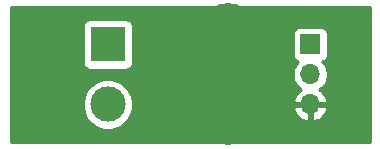
<source format=gbr>
G04 #@! TF.GenerationSoftware,KiCad,Pcbnew,5.1.5*
G04 #@! TF.CreationDate,2020-01-04T21:59:29+01:00*
G04 #@! TF.ProjectId,cs_ina199,63735f69-6e61-4313-9939-2e6b69636164,rev?*
G04 #@! TF.SameCoordinates,Original*
G04 #@! TF.FileFunction,Copper,L2,Bot*
G04 #@! TF.FilePolarity,Positive*
%FSLAX46Y46*%
G04 Gerber Fmt 4.6, Leading zero omitted, Abs format (unit mm)*
G04 Created by KiCad (PCBNEW 5.1.5) date 2020-01-04 21:59:29*
%MOMM*%
%LPD*%
G04 APERTURE LIST*
%ADD10C,0.700000*%
%ADD11C,4.400000*%
%ADD12C,3.000000*%
%ADD13R,3.000000X3.000000*%
%ADD14O,1.700000X1.700000*%
%ADD15R,1.700000X1.700000*%
%ADD16C,0.254000*%
G04 APERTURE END LIST*
D10*
X145946726Y-80113274D03*
X144780000Y-79630000D03*
X143613274Y-80113274D03*
X143130000Y-81280000D03*
X143613274Y-82446726D03*
X144780000Y-82930000D03*
X145946726Y-82446726D03*
X146430000Y-81280000D03*
D11*
X144780000Y-81280000D03*
D10*
X145946726Y-87733274D03*
X144780000Y-87250000D03*
X143613274Y-87733274D03*
X143130000Y-88900000D03*
X143613274Y-90066726D03*
X144780000Y-90550000D03*
X145946726Y-90066726D03*
X146430000Y-88900000D03*
D11*
X144780000Y-88900000D03*
D12*
X134620000Y-87630000D03*
D13*
X134620000Y-82550000D03*
D14*
X151765000Y-87630000D03*
X151765000Y-85090000D03*
D15*
X151765000Y-82550000D03*
D16*
G36*
X142790223Y-79469831D02*
G01*
X142402982Y-79709976D01*
X142142359Y-80203877D01*
X141983099Y-80739133D01*
X141931322Y-81295174D01*
X141989019Y-81850632D01*
X142153972Y-82384161D01*
X142402982Y-82850024D01*
X142790225Y-83090170D01*
X144600395Y-81280000D01*
X144586253Y-81265858D01*
X144765858Y-81086253D01*
X144780000Y-81100395D01*
X144794143Y-81086253D01*
X144973748Y-81265858D01*
X144959605Y-81280000D01*
X146769775Y-83090170D01*
X147157018Y-82850024D01*
X147417641Y-82356123D01*
X147576901Y-81820867D01*
X147588155Y-81700000D01*
X150276928Y-81700000D01*
X150276928Y-83400000D01*
X150289188Y-83524482D01*
X150325498Y-83644180D01*
X150384463Y-83754494D01*
X150463815Y-83851185D01*
X150560506Y-83930537D01*
X150670820Y-83989502D01*
X150743380Y-84011513D01*
X150611525Y-84143368D01*
X150449010Y-84386589D01*
X150337068Y-84656842D01*
X150280000Y-84943740D01*
X150280000Y-85236260D01*
X150337068Y-85523158D01*
X150449010Y-85793411D01*
X150611525Y-86036632D01*
X150818368Y-86243475D01*
X151000534Y-86365195D01*
X150883645Y-86434822D01*
X150667412Y-86629731D01*
X150493359Y-86863080D01*
X150368175Y-87125901D01*
X150323524Y-87273110D01*
X150444845Y-87503000D01*
X151638000Y-87503000D01*
X151638000Y-87483000D01*
X151892000Y-87483000D01*
X151892000Y-87503000D01*
X153085155Y-87503000D01*
X153206476Y-87273110D01*
X153161825Y-87125901D01*
X153036641Y-86863080D01*
X152862588Y-86629731D01*
X152646355Y-86434822D01*
X152529466Y-86365195D01*
X152711632Y-86243475D01*
X152918475Y-86036632D01*
X153080990Y-85793411D01*
X153192932Y-85523158D01*
X153250000Y-85236260D01*
X153250000Y-84943740D01*
X153192932Y-84656842D01*
X153080990Y-84386589D01*
X152918475Y-84143368D01*
X152786620Y-84011513D01*
X152859180Y-83989502D01*
X152969494Y-83930537D01*
X153066185Y-83851185D01*
X153145537Y-83754494D01*
X153204502Y-83644180D01*
X153240812Y-83524482D01*
X153253072Y-83400000D01*
X153253072Y-81700000D01*
X153240812Y-81575518D01*
X153204502Y-81455820D01*
X153145537Y-81345506D01*
X153066185Y-81248815D01*
X152969494Y-81169463D01*
X152859180Y-81110498D01*
X152739482Y-81074188D01*
X152615000Y-81061928D01*
X150915000Y-81061928D01*
X150790518Y-81074188D01*
X150670820Y-81110498D01*
X150560506Y-81169463D01*
X150463815Y-81248815D01*
X150384463Y-81345506D01*
X150325498Y-81455820D01*
X150289188Y-81575518D01*
X150276928Y-81700000D01*
X147588155Y-81700000D01*
X147628678Y-81264826D01*
X147570981Y-80709368D01*
X147406028Y-80175839D01*
X147157018Y-79709976D01*
X146769777Y-79469831D01*
X146839608Y-79400000D01*
X156820000Y-79400000D01*
X156820001Y-90780000D01*
X146839608Y-90780000D01*
X146769777Y-90710169D01*
X147157018Y-90470024D01*
X147417641Y-89976123D01*
X147576901Y-89440867D01*
X147628678Y-88884826D01*
X147570981Y-88329368D01*
X147465096Y-87986890D01*
X150323524Y-87986890D01*
X150368175Y-88134099D01*
X150493359Y-88396920D01*
X150667412Y-88630269D01*
X150883645Y-88825178D01*
X151133748Y-88974157D01*
X151408109Y-89071481D01*
X151638000Y-88950814D01*
X151638000Y-87757000D01*
X151892000Y-87757000D01*
X151892000Y-88950814D01*
X152121891Y-89071481D01*
X152396252Y-88974157D01*
X152646355Y-88825178D01*
X152862588Y-88630269D01*
X153036641Y-88396920D01*
X153161825Y-88134099D01*
X153206476Y-87986890D01*
X153085155Y-87757000D01*
X151892000Y-87757000D01*
X151638000Y-87757000D01*
X150444845Y-87757000D01*
X150323524Y-87986890D01*
X147465096Y-87986890D01*
X147406028Y-87795839D01*
X147157018Y-87329976D01*
X146769775Y-87089830D01*
X144959605Y-88900000D01*
X144973748Y-88914143D01*
X144794143Y-89093748D01*
X144780000Y-89079605D01*
X144765858Y-89093748D01*
X144586253Y-88914143D01*
X144600395Y-88900000D01*
X142790225Y-87089830D01*
X142402982Y-87329976D01*
X142142359Y-87823877D01*
X141983099Y-88359133D01*
X141931322Y-88915174D01*
X141989019Y-89470632D01*
X142153972Y-90004161D01*
X142402982Y-90470024D01*
X142790223Y-90710169D01*
X142720392Y-90780000D01*
X126390000Y-90780000D01*
X126390000Y-87419721D01*
X132485000Y-87419721D01*
X132485000Y-87840279D01*
X132567047Y-88252756D01*
X132727988Y-88641302D01*
X132961637Y-88990983D01*
X133259017Y-89288363D01*
X133608698Y-89522012D01*
X133997244Y-89682953D01*
X134409721Y-89765000D01*
X134830279Y-89765000D01*
X135242756Y-89682953D01*
X135631302Y-89522012D01*
X135980983Y-89288363D01*
X136278363Y-88990983D01*
X136512012Y-88641302D01*
X136672953Y-88252756D01*
X136755000Y-87840279D01*
X136755000Y-87419721D01*
X136672953Y-87007244D01*
X136632767Y-86910225D01*
X142969830Y-86910225D01*
X144780000Y-88720395D01*
X146590170Y-86910225D01*
X146350024Y-86522982D01*
X145856123Y-86262359D01*
X145320867Y-86103099D01*
X144764826Y-86051322D01*
X144209368Y-86109019D01*
X143675839Y-86273972D01*
X143209976Y-86522982D01*
X142969830Y-86910225D01*
X136632767Y-86910225D01*
X136512012Y-86618698D01*
X136278363Y-86269017D01*
X135980983Y-85971637D01*
X135631302Y-85737988D01*
X135242756Y-85577047D01*
X134830279Y-85495000D01*
X134409721Y-85495000D01*
X133997244Y-85577047D01*
X133608698Y-85737988D01*
X133259017Y-85971637D01*
X132961637Y-86269017D01*
X132727988Y-86618698D01*
X132567047Y-87007244D01*
X132485000Y-87419721D01*
X126390000Y-87419721D01*
X126390000Y-81050000D01*
X132481928Y-81050000D01*
X132481928Y-84050000D01*
X132494188Y-84174482D01*
X132530498Y-84294180D01*
X132589463Y-84404494D01*
X132668815Y-84501185D01*
X132765506Y-84580537D01*
X132875820Y-84639502D01*
X132995518Y-84675812D01*
X133120000Y-84688072D01*
X136120000Y-84688072D01*
X136244482Y-84675812D01*
X136364180Y-84639502D01*
X136474494Y-84580537D01*
X136571185Y-84501185D01*
X136650537Y-84404494D01*
X136709502Y-84294180D01*
X136745812Y-84174482D01*
X136758072Y-84050000D01*
X136758072Y-83269775D01*
X142969830Y-83269775D01*
X143209976Y-83657018D01*
X143703877Y-83917641D01*
X144239133Y-84076901D01*
X144795174Y-84128678D01*
X145350632Y-84070981D01*
X145884161Y-83906028D01*
X146350024Y-83657018D01*
X146590170Y-83269775D01*
X144780000Y-81459605D01*
X142969830Y-83269775D01*
X136758072Y-83269775D01*
X136758072Y-81050000D01*
X136745812Y-80925518D01*
X136709502Y-80805820D01*
X136650537Y-80695506D01*
X136571185Y-80598815D01*
X136474494Y-80519463D01*
X136364180Y-80460498D01*
X136244482Y-80424188D01*
X136120000Y-80411928D01*
X133120000Y-80411928D01*
X132995518Y-80424188D01*
X132875820Y-80460498D01*
X132765506Y-80519463D01*
X132668815Y-80598815D01*
X132589463Y-80695506D01*
X132530498Y-80805820D01*
X132494188Y-80925518D01*
X132481928Y-81050000D01*
X126390000Y-81050000D01*
X126390000Y-79400000D01*
X142720392Y-79400000D01*
X142790223Y-79469831D01*
G37*
X142790223Y-79469831D02*
X142402982Y-79709976D01*
X142142359Y-80203877D01*
X141983099Y-80739133D01*
X141931322Y-81295174D01*
X141989019Y-81850632D01*
X142153972Y-82384161D01*
X142402982Y-82850024D01*
X142790225Y-83090170D01*
X144600395Y-81280000D01*
X144586253Y-81265858D01*
X144765858Y-81086253D01*
X144780000Y-81100395D01*
X144794143Y-81086253D01*
X144973748Y-81265858D01*
X144959605Y-81280000D01*
X146769775Y-83090170D01*
X147157018Y-82850024D01*
X147417641Y-82356123D01*
X147576901Y-81820867D01*
X147588155Y-81700000D01*
X150276928Y-81700000D01*
X150276928Y-83400000D01*
X150289188Y-83524482D01*
X150325498Y-83644180D01*
X150384463Y-83754494D01*
X150463815Y-83851185D01*
X150560506Y-83930537D01*
X150670820Y-83989502D01*
X150743380Y-84011513D01*
X150611525Y-84143368D01*
X150449010Y-84386589D01*
X150337068Y-84656842D01*
X150280000Y-84943740D01*
X150280000Y-85236260D01*
X150337068Y-85523158D01*
X150449010Y-85793411D01*
X150611525Y-86036632D01*
X150818368Y-86243475D01*
X151000534Y-86365195D01*
X150883645Y-86434822D01*
X150667412Y-86629731D01*
X150493359Y-86863080D01*
X150368175Y-87125901D01*
X150323524Y-87273110D01*
X150444845Y-87503000D01*
X151638000Y-87503000D01*
X151638000Y-87483000D01*
X151892000Y-87483000D01*
X151892000Y-87503000D01*
X153085155Y-87503000D01*
X153206476Y-87273110D01*
X153161825Y-87125901D01*
X153036641Y-86863080D01*
X152862588Y-86629731D01*
X152646355Y-86434822D01*
X152529466Y-86365195D01*
X152711632Y-86243475D01*
X152918475Y-86036632D01*
X153080990Y-85793411D01*
X153192932Y-85523158D01*
X153250000Y-85236260D01*
X153250000Y-84943740D01*
X153192932Y-84656842D01*
X153080990Y-84386589D01*
X152918475Y-84143368D01*
X152786620Y-84011513D01*
X152859180Y-83989502D01*
X152969494Y-83930537D01*
X153066185Y-83851185D01*
X153145537Y-83754494D01*
X153204502Y-83644180D01*
X153240812Y-83524482D01*
X153253072Y-83400000D01*
X153253072Y-81700000D01*
X153240812Y-81575518D01*
X153204502Y-81455820D01*
X153145537Y-81345506D01*
X153066185Y-81248815D01*
X152969494Y-81169463D01*
X152859180Y-81110498D01*
X152739482Y-81074188D01*
X152615000Y-81061928D01*
X150915000Y-81061928D01*
X150790518Y-81074188D01*
X150670820Y-81110498D01*
X150560506Y-81169463D01*
X150463815Y-81248815D01*
X150384463Y-81345506D01*
X150325498Y-81455820D01*
X150289188Y-81575518D01*
X150276928Y-81700000D01*
X147588155Y-81700000D01*
X147628678Y-81264826D01*
X147570981Y-80709368D01*
X147406028Y-80175839D01*
X147157018Y-79709976D01*
X146769777Y-79469831D01*
X146839608Y-79400000D01*
X156820000Y-79400000D01*
X156820001Y-90780000D01*
X146839608Y-90780000D01*
X146769777Y-90710169D01*
X147157018Y-90470024D01*
X147417641Y-89976123D01*
X147576901Y-89440867D01*
X147628678Y-88884826D01*
X147570981Y-88329368D01*
X147465096Y-87986890D01*
X150323524Y-87986890D01*
X150368175Y-88134099D01*
X150493359Y-88396920D01*
X150667412Y-88630269D01*
X150883645Y-88825178D01*
X151133748Y-88974157D01*
X151408109Y-89071481D01*
X151638000Y-88950814D01*
X151638000Y-87757000D01*
X151892000Y-87757000D01*
X151892000Y-88950814D01*
X152121891Y-89071481D01*
X152396252Y-88974157D01*
X152646355Y-88825178D01*
X152862588Y-88630269D01*
X153036641Y-88396920D01*
X153161825Y-88134099D01*
X153206476Y-87986890D01*
X153085155Y-87757000D01*
X151892000Y-87757000D01*
X151638000Y-87757000D01*
X150444845Y-87757000D01*
X150323524Y-87986890D01*
X147465096Y-87986890D01*
X147406028Y-87795839D01*
X147157018Y-87329976D01*
X146769775Y-87089830D01*
X144959605Y-88900000D01*
X144973748Y-88914143D01*
X144794143Y-89093748D01*
X144780000Y-89079605D01*
X144765858Y-89093748D01*
X144586253Y-88914143D01*
X144600395Y-88900000D01*
X142790225Y-87089830D01*
X142402982Y-87329976D01*
X142142359Y-87823877D01*
X141983099Y-88359133D01*
X141931322Y-88915174D01*
X141989019Y-89470632D01*
X142153972Y-90004161D01*
X142402982Y-90470024D01*
X142790223Y-90710169D01*
X142720392Y-90780000D01*
X126390000Y-90780000D01*
X126390000Y-87419721D01*
X132485000Y-87419721D01*
X132485000Y-87840279D01*
X132567047Y-88252756D01*
X132727988Y-88641302D01*
X132961637Y-88990983D01*
X133259017Y-89288363D01*
X133608698Y-89522012D01*
X133997244Y-89682953D01*
X134409721Y-89765000D01*
X134830279Y-89765000D01*
X135242756Y-89682953D01*
X135631302Y-89522012D01*
X135980983Y-89288363D01*
X136278363Y-88990983D01*
X136512012Y-88641302D01*
X136672953Y-88252756D01*
X136755000Y-87840279D01*
X136755000Y-87419721D01*
X136672953Y-87007244D01*
X136632767Y-86910225D01*
X142969830Y-86910225D01*
X144780000Y-88720395D01*
X146590170Y-86910225D01*
X146350024Y-86522982D01*
X145856123Y-86262359D01*
X145320867Y-86103099D01*
X144764826Y-86051322D01*
X144209368Y-86109019D01*
X143675839Y-86273972D01*
X143209976Y-86522982D01*
X142969830Y-86910225D01*
X136632767Y-86910225D01*
X136512012Y-86618698D01*
X136278363Y-86269017D01*
X135980983Y-85971637D01*
X135631302Y-85737988D01*
X135242756Y-85577047D01*
X134830279Y-85495000D01*
X134409721Y-85495000D01*
X133997244Y-85577047D01*
X133608698Y-85737988D01*
X133259017Y-85971637D01*
X132961637Y-86269017D01*
X132727988Y-86618698D01*
X132567047Y-87007244D01*
X132485000Y-87419721D01*
X126390000Y-87419721D01*
X126390000Y-81050000D01*
X132481928Y-81050000D01*
X132481928Y-84050000D01*
X132494188Y-84174482D01*
X132530498Y-84294180D01*
X132589463Y-84404494D01*
X132668815Y-84501185D01*
X132765506Y-84580537D01*
X132875820Y-84639502D01*
X132995518Y-84675812D01*
X133120000Y-84688072D01*
X136120000Y-84688072D01*
X136244482Y-84675812D01*
X136364180Y-84639502D01*
X136474494Y-84580537D01*
X136571185Y-84501185D01*
X136650537Y-84404494D01*
X136709502Y-84294180D01*
X136745812Y-84174482D01*
X136758072Y-84050000D01*
X136758072Y-83269775D01*
X142969830Y-83269775D01*
X143209976Y-83657018D01*
X143703877Y-83917641D01*
X144239133Y-84076901D01*
X144795174Y-84128678D01*
X145350632Y-84070981D01*
X145884161Y-83906028D01*
X146350024Y-83657018D01*
X146590170Y-83269775D01*
X144780000Y-81459605D01*
X142969830Y-83269775D01*
X136758072Y-83269775D01*
X136758072Y-81050000D01*
X136745812Y-80925518D01*
X136709502Y-80805820D01*
X136650537Y-80695506D01*
X136571185Y-80598815D01*
X136474494Y-80519463D01*
X136364180Y-80460498D01*
X136244482Y-80424188D01*
X136120000Y-80411928D01*
X133120000Y-80411928D01*
X132995518Y-80424188D01*
X132875820Y-80460498D01*
X132765506Y-80519463D01*
X132668815Y-80598815D01*
X132589463Y-80695506D01*
X132530498Y-80805820D01*
X132494188Y-80925518D01*
X132481928Y-81050000D01*
X126390000Y-81050000D01*
X126390000Y-79400000D01*
X142720392Y-79400000D01*
X142790223Y-79469831D01*
G36*
X148463000Y-90780000D02*
G01*
X141097000Y-90780000D01*
X141097000Y-79400000D01*
X148463000Y-79400000D01*
X148463000Y-90780000D01*
G37*
X148463000Y-90780000D02*
X141097000Y-90780000D01*
X141097000Y-79400000D01*
X148463000Y-79400000D01*
X148463000Y-90780000D01*
M02*

</source>
